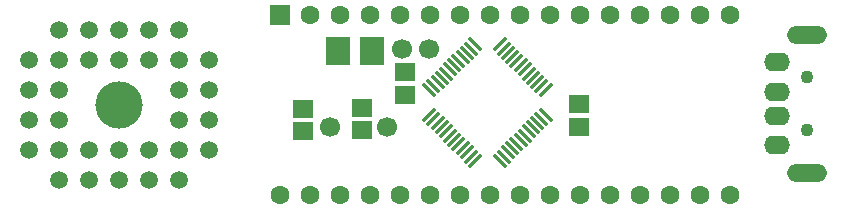
<source format=gbr>
G04 DipTrace 3.0.0.2*
G04 TopMask.gbr*
%MOIN*%
G04 #@! TF.FileFunction,Soldermask,Top*
G04 #@! TF.Part,Single*
%AMOUTLINE0*
4,1,4,
-0.016617,-0.024395,
-0.024395,-0.016617,
0.016617,0.024395,
0.024395,0.016617,
-0.016617,-0.024395,
0*%
%AMOUTLINE1*
4,1,4,
-0.024395,0.016617,
-0.016617,0.024395,
0.024395,-0.016617,
0.016617,-0.024395,
-0.024395,0.016617,
0*%
%ADD24C,0.059055*%
%ADD36C,0.043307*%
%ADD37C,0.15748*%
%ADD43C,0.066929*%
%ADD49C,0.062992*%
%ADD51R,0.066929X0.066929*%
%ADD55C,0.066929*%
%ADD56O,0.133858X0.059055*%
%ADD58O,0.086614X0.062992*%
%ADD62R,0.07874X0.096457*%
%ADD64R,0.066929X0.059055*%
%ADD69OUTLINE0*%
%ADD70OUTLINE1*%
%FSLAX26Y26*%
G04*
G70*
G90*
G75*
G01*
G04 TopMask*
%LPD*%
D64*
X1777559Y944882D3*
Y1019685D3*
D62*
X1553150Y1092520D3*
X1667323D3*
D64*
X2358268Y913386D3*
Y838583D3*
X1633858Y826772D3*
Y901575D3*
X1437008Y822835D3*
Y897638D3*
D58*
X3015748Y777559D3*
Y875984D3*
Y954724D3*
Y1053150D3*
D56*
X3118110Y1145669D3*
Y685039D3*
D36*
Y1003937D3*
Y826772D3*
D55*
X1767717Y1098425D3*
X1858268Y1096457D3*
D69*
X1857890Y878469D3*
X1871810Y864549D3*
X1885730Y850630D3*
X1899648Y836710D3*
X1913568Y822791D3*
X1927487Y808871D3*
X1941407Y794951D3*
X1955327Y781033D3*
X1969245Y767113D3*
X1983165Y753194D3*
X1997084Y739274D3*
X2011004Y725354D3*
D70*
X2092650D3*
X2106570Y739274D3*
X2120488Y753194D3*
X2134408Y767113D3*
X2148327Y781033D3*
X2162247Y794951D3*
X2176167Y808871D3*
X2190085Y822791D3*
X2204005Y836710D3*
X2217924Y850630D3*
X2231844Y864549D3*
X2245764Y878469D3*
D69*
Y960114D3*
X2231844Y974034D3*
X2217924Y987953D3*
X2204005Y1001873D3*
X2190085Y1015791D3*
X2176167Y1029711D3*
X2162247Y1043631D3*
X2148327Y1057550D3*
X2134408Y1071470D3*
X2120488Y1085388D3*
X2106570Y1099308D3*
X2092650Y1113228D3*
D70*
X2011004D3*
X1997084Y1099308D3*
X1983165Y1085388D3*
X1969245Y1071470D3*
X1955327Y1057550D3*
X1941407Y1043631D3*
X1927487Y1029711D3*
X1913568Y1015791D3*
X1899648Y1001873D3*
X1885730Y987953D3*
X1871810Y974034D3*
X1857890Y960114D3*
D24*
X1024016Y962598D3*
X1124016Y862598D3*
X1024016D3*
X1124016Y762598D3*
X1024016Y662598D3*
Y762598D3*
X924016Y662598D3*
Y762598D3*
X824016Y662598D3*
Y762598D3*
X724016Y662598D3*
Y762598D3*
X624016Y662598D3*
X524016Y762598D3*
X624016D3*
X524016Y862598D3*
X624016D3*
X524016Y962598D3*
X624016D3*
X524016Y1062598D3*
X624016D3*
X724016Y1162598D3*
Y1062598D3*
X824016Y1162598D3*
Y1062598D3*
X924016Y1162598D3*
Y1062598D3*
X1024016Y1162598D3*
X1124016Y1062598D3*
X1024016D3*
X1124016Y962598D3*
X624016Y1162598D3*
D37*
X824016Y912598D3*
D51*
X1360236Y1212598D3*
D49*
X1460236D3*
X1560236D3*
X1660236D3*
X1760236D3*
X1860236D3*
X1960236D3*
X2060236D3*
X2160236D3*
X2260236D3*
X2360236D3*
X2460236D3*
X2560236D3*
X2660236D3*
X2760236D3*
X2860236D3*
Y612598D3*
X2760236D3*
X2660236D3*
X2560236D3*
X2460236D3*
X2360236D3*
X2260236D3*
X2160236D3*
X2060236D3*
X1960236D3*
X1860236D3*
X1760236D3*
X1660236D3*
X1560236D3*
X1460236D3*
X1360236D3*
D43*
X1525591Y838583D3*
X1715591D3*
M02*

</source>
